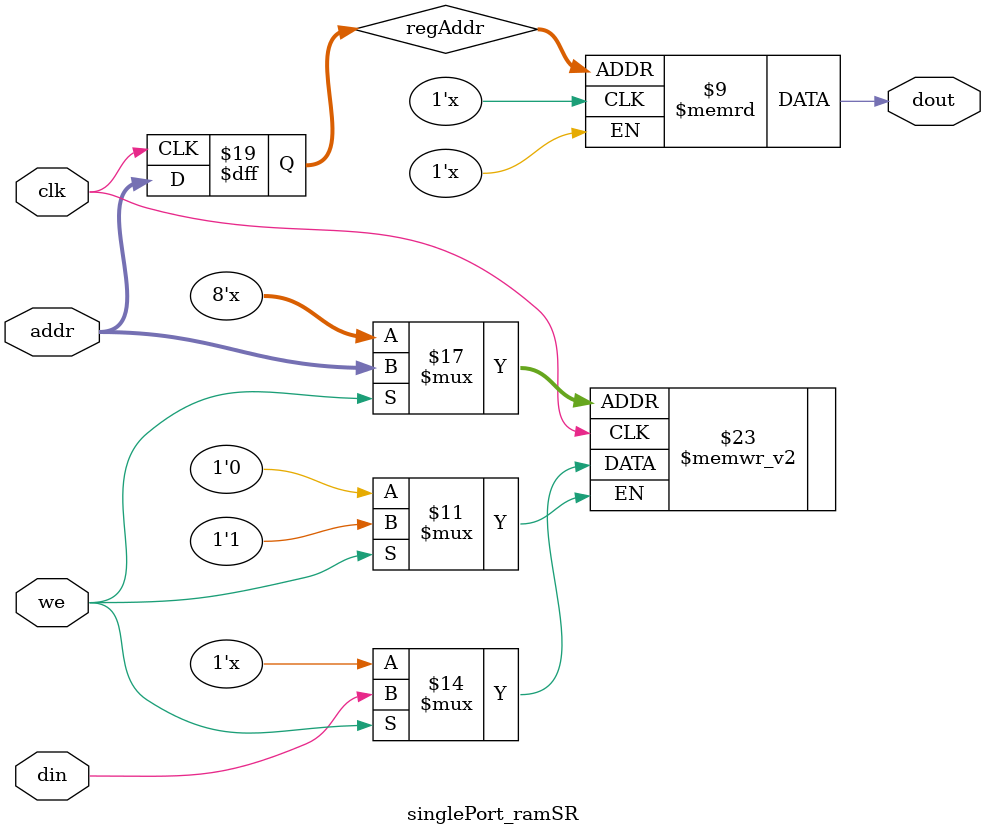
<source format=v>


module singlePort_ramSR #(parameter ADDR_WIDTH = 8, parameter DATA_WIDTH = 1)
(
	input clk, 
	input we,
	input  [ADDR_WIDTH-1:0]  addr, 
	input  [DATA_WIDTH-1:0]   din, 
	output [DATA_WIDTH-1:0]  dout
);

//ram
reg [DATA_WIDTH-1:0] ram [2**ADDR_WIDTH-1:0]; 
reg [ADDR_WIDTH-1:0]regAddr; 

always @(posedge clk)
begin 
	if(we) 
		ram[addr] <= din; 
	regAddr <= addr; 
end
assign dout = ram[regAddr]; 

endmodule
</source>
